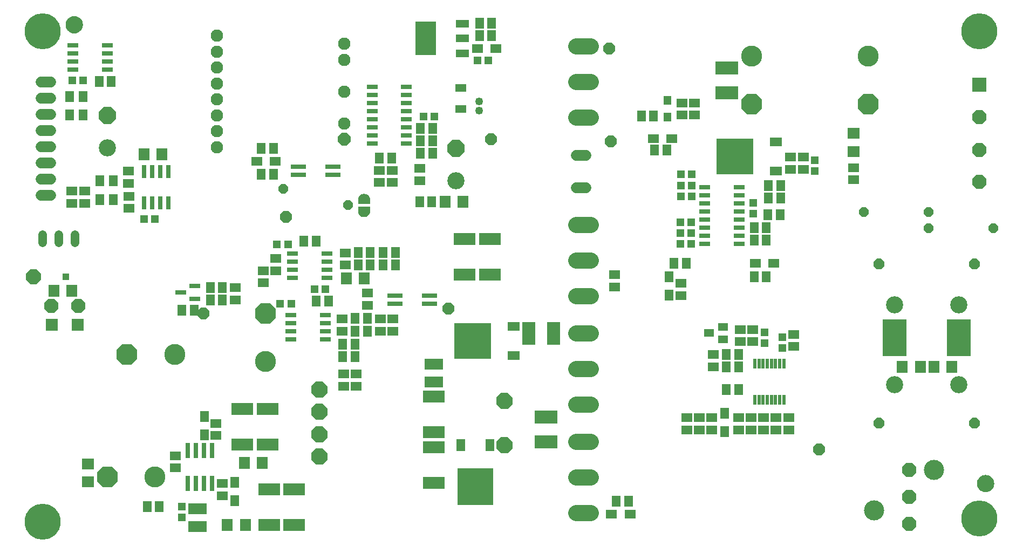
<source format=gbs>
G75*
G70*
%OFA0B0*%
%FSLAX24Y24*%
%IPPOS*%
%LPD*%
%AMOC8*
5,1,8,0,0,1.08239X$1,22.5*
%
%ADD10C,0.1060*%
%ADD11OC8,0.0660*%
%ADD12R,0.0690X0.0770*%
%ADD13OC8,0.0887*%
%ADD14C,0.1241*%
%ADD15OC8,0.0600*%
%ADD16R,0.1496X0.2283*%
%ADD17R,0.0887X0.0887*%
%ADD18C,0.0050*%
%ADD19R,0.0200X0.0620*%
%ADD20R,0.0454X0.0493*%
%ADD21R,0.0651X0.0572*%
%ADD22R,0.2304X0.2225*%
%ADD23R,0.0729X0.0572*%
%ADD24R,0.0493X0.0454*%
%ADD25C,0.0990*%
%ADD26R,0.0572X0.0651*%
%ADD27R,0.0651X0.0532*%
%ADD28C,0.0660*%
%ADD29R,0.1320X0.0769*%
%ADD30R,0.0770X0.0690*%
%ADD31R,0.2225X0.2304*%
%ADD32R,0.0572X0.0729*%
%ADD33R,0.0670X0.0300*%
%ADD34R,0.0532X0.0651*%
%ADD35R,0.0808X0.1399*%
%ADD36R,0.0690X0.0769*%
%ADD37R,0.0769X0.0690*%
%ADD38R,0.1123X0.0690*%
%ADD39R,0.0926X0.0296*%
%ADD40C,0.1296*%
%ADD41OC8,0.1296*%
%ADD42R,0.1399X0.0808*%
%ADD43OC8,0.0920*%
%ADD44R,0.0414X0.0414*%
%ADD45OC8,0.0710*%
%ADD46R,0.0670X0.0296*%
%ADD47R,0.0280X0.0840*%
%ADD48R,0.0810X0.0510*%
%ADD49R,0.1310X0.2060*%
%ADD50OC8,0.1060*%
%ADD51C,0.0769*%
%ADD52OC8,0.0769*%
%ADD53R,0.0651X0.0454*%
%ADD54OC8,0.0990*%
%ADD55R,0.0611X0.0454*%
%ADD56R,0.0454X0.0532*%
%ADD57C,0.0010*%
%ADD58R,0.0296X0.0926*%
%ADD59C,0.0540*%
%ADD60R,0.0660X0.0280*%
%ADD61R,0.0769X0.0729*%
%ADD62C,0.0493*%
%ADD63C,0.2225*%
D10*
X029462Y023075D03*
X007937Y025125D03*
X056569Y015411D03*
X060506Y015411D03*
X060506Y010489D03*
X056569Y010489D03*
D11*
X055587Y008125D03*
X061487Y008125D03*
X061487Y017950D03*
X055587Y017950D03*
D12*
X057028Y011575D03*
X058147Y011575D03*
X058978Y011575D03*
X060097Y011575D03*
X029897Y021775D03*
X028778Y021775D03*
D13*
X006114Y015350D03*
X004461Y015350D03*
X057462Y005204D03*
X057462Y003550D03*
X057462Y001896D03*
X061780Y023028D03*
X061780Y024978D03*
X061780Y027028D03*
D14*
X058978Y005204D03*
X055277Y002723D03*
D15*
X058662Y020150D03*
X058662Y021150D03*
X054662Y021150D03*
X062662Y020150D03*
X022787Y021575D03*
X018787Y022575D03*
D16*
X056562Y013375D03*
X060512Y013375D03*
D17*
X061780Y029028D03*
D18*
X062173Y004874D02*
X062087Y004867D01*
X062002Y004844D01*
X061923Y004807D01*
X061852Y004757D01*
X061790Y004696D01*
X061740Y004624D01*
X061704Y004545D01*
X061681Y004461D01*
X061673Y004374D01*
X061681Y004288D01*
X061704Y004203D01*
X061740Y004124D01*
X061790Y004053D01*
X061852Y003991D01*
X061923Y003941D01*
X062002Y003905D01*
X062087Y003882D01*
X062173Y003874D01*
X062260Y003882D01*
X062345Y003905D01*
X062423Y003941D01*
X062495Y003991D01*
X062557Y004053D01*
X062607Y004124D01*
X062643Y004203D01*
X062666Y004288D01*
X062673Y004374D01*
X062666Y004461D01*
X062643Y004545D01*
X062607Y004624D01*
X062557Y004696D01*
X062495Y004757D01*
X062423Y004807D01*
X062345Y004844D01*
X062260Y004867D01*
X062173Y004874D01*
X061992Y004840D02*
X062355Y004840D01*
X062447Y004791D02*
X061900Y004791D01*
X061837Y004743D02*
X062510Y004743D01*
X062558Y004694D02*
X061789Y004694D01*
X061755Y004646D02*
X062592Y004646D01*
X062619Y004597D02*
X061728Y004597D01*
X061705Y004549D02*
X062642Y004549D01*
X062655Y004500D02*
X061691Y004500D01*
X061680Y004452D02*
X062667Y004452D01*
X062671Y004403D02*
X061676Y004403D01*
X061675Y004355D02*
X062672Y004355D01*
X062668Y004306D02*
X061679Y004306D01*
X061689Y004258D02*
X062658Y004258D01*
X062645Y004209D02*
X061702Y004209D01*
X061724Y004161D02*
X062623Y004161D01*
X062598Y004112D02*
X061749Y004112D01*
X061783Y004064D02*
X062564Y004064D01*
X062519Y004015D02*
X061828Y004015D01*
X061888Y003967D02*
X062459Y003967D01*
X062373Y003918D02*
X061974Y003918D01*
X006344Y032550D02*
X006367Y032634D01*
X006374Y032721D01*
X006367Y032808D01*
X006344Y032892D01*
X006307Y032971D01*
X006257Y033042D01*
X006196Y033104D01*
X006124Y033154D01*
X006045Y033191D01*
X005961Y033213D01*
X005874Y033221D01*
X005787Y033213D01*
X005703Y033191D01*
X005624Y033154D01*
X005553Y033104D01*
X005491Y033042D01*
X005441Y032971D01*
X005404Y032892D01*
X005382Y032808D01*
X005374Y032721D01*
X005382Y032634D01*
X005404Y032550D01*
X005441Y032471D01*
X005491Y032399D01*
X005553Y032338D01*
X005624Y032288D01*
X005703Y032251D01*
X005787Y032228D01*
X005874Y032221D01*
X005961Y032228D01*
X006045Y032251D01*
X006124Y032288D01*
X006196Y032338D01*
X006257Y032399D01*
X006307Y032471D01*
X006344Y032550D01*
X006336Y032533D02*
X005412Y032533D01*
X005396Y032582D02*
X006353Y032582D01*
X006366Y032630D02*
X005383Y032630D01*
X005378Y032679D02*
X006371Y032679D01*
X006374Y032727D02*
X005375Y032727D01*
X005379Y032776D02*
X006369Y032776D01*
X006362Y032824D02*
X005386Y032824D01*
X005399Y032873D02*
X006349Y032873D01*
X006330Y032921D02*
X005418Y032921D01*
X005441Y032970D02*
X006308Y032970D01*
X006274Y033018D02*
X005474Y033018D01*
X005516Y033067D02*
X006233Y033067D01*
X006180Y033115D02*
X005569Y033115D01*
X005645Y033164D02*
X006103Y033164D01*
X005965Y033212D02*
X005783Y033212D01*
X005435Y032485D02*
X006314Y032485D01*
X006283Y032436D02*
X005466Y032436D01*
X005503Y032388D02*
X006245Y032388D01*
X006197Y032339D02*
X005552Y032339D01*
X005620Y032291D02*
X006128Y032291D01*
X006012Y032242D02*
X005736Y032242D01*
D19*
X047917Y011795D03*
X048173Y011795D03*
X048429Y011795D03*
X048685Y011795D03*
X048940Y011795D03*
X049196Y011795D03*
X049452Y011795D03*
X049708Y011795D03*
X049708Y009555D03*
X049452Y009555D03*
X049196Y009555D03*
X048940Y009555D03*
X048685Y009555D03*
X048429Y009555D03*
X048173Y009555D03*
X047917Y009555D03*
D20*
X049612Y012740D03*
X049612Y013410D03*
X048512Y013710D03*
X048512Y013040D03*
X047812Y021065D03*
X047812Y021735D03*
X051637Y023690D03*
X051637Y024360D03*
X012512Y002960D03*
X012512Y002290D03*
D21*
X015012Y003626D03*
X015012Y004374D03*
X012137Y005351D03*
X012137Y006099D03*
X014637Y007351D03*
X014637Y008099D03*
X022512Y010401D03*
X023287Y010401D03*
X023287Y011149D03*
X022512Y011149D03*
X022437Y013801D03*
X022437Y014549D03*
X023987Y015401D03*
X023987Y016149D03*
X024787Y014549D03*
X025562Y014549D03*
X025562Y013801D03*
X024787Y013801D03*
X022637Y017876D03*
X022637Y018624D03*
X018337Y018274D03*
X018337Y017526D03*
X017562Y017524D03*
X017562Y016776D03*
X015837Y016474D03*
X015837Y015726D03*
X009262Y021376D03*
X009262Y022124D03*
X009237Y022926D03*
X009237Y023674D03*
X006512Y022449D03*
X005737Y022449D03*
X005737Y021701D03*
X006512Y021701D03*
X024737Y022976D03*
X024737Y023724D03*
X025512Y023724D03*
X025512Y022976D03*
X027212Y023101D03*
X027212Y023849D03*
X039262Y017274D03*
X039262Y016526D03*
X043362Y016749D03*
X043362Y016001D03*
X047012Y013899D03*
X047787Y013899D03*
X047787Y013151D03*
X047012Y013151D03*
X045362Y012349D03*
X045362Y011601D03*
X050337Y012851D03*
X050337Y013599D03*
X050012Y008449D03*
X049237Y008449D03*
X048462Y008449D03*
X047687Y008449D03*
X047687Y007701D03*
X048462Y007701D03*
X049237Y007701D03*
X050012Y007701D03*
X046912Y007701D03*
X046912Y008449D03*
X045262Y008449D03*
X044487Y008449D03*
X044487Y007701D03*
X045262Y007701D03*
X043712Y007701D03*
X043712Y008449D03*
X054037Y023151D03*
X054037Y023899D03*
X050912Y023801D03*
X050912Y024549D03*
X050137Y024549D03*
X050137Y023801D03*
X044187Y027151D03*
X043412Y027151D03*
X043412Y027899D03*
X044187Y027899D03*
D22*
X046688Y024600D03*
X030488Y013200D03*
D23*
X033024Y012300D03*
X033024Y014100D03*
X049224Y023700D03*
X049224Y025500D03*
D24*
X044022Y023475D03*
X043353Y023475D03*
X043353Y022800D03*
X044022Y022800D03*
X044022Y022125D03*
X043353Y022125D03*
X043328Y020525D03*
X043997Y020525D03*
X043997Y019850D03*
X043328Y019850D03*
X043328Y019175D03*
X043997Y019175D03*
X028122Y027050D03*
X027453Y027050D03*
X030778Y030525D03*
X031447Y030525D03*
X019072Y019150D03*
X018403Y019150D03*
X020728Y016375D03*
X021397Y016375D03*
X019272Y015475D03*
X018603Y015475D03*
X010847Y020725D03*
X010178Y020725D03*
X006422Y029275D03*
X005753Y029275D03*
D25*
X036874Y029178D02*
X037804Y029178D01*
X037804Y031378D02*
X036874Y031378D01*
X036874Y026978D02*
X037804Y026978D01*
X037804Y020354D02*
X036874Y020354D01*
X036874Y018154D02*
X037804Y018154D01*
X037804Y015954D02*
X036874Y015954D01*
X036874Y013661D02*
X037804Y013661D01*
X037804Y011461D02*
X036874Y011461D01*
X036874Y009261D02*
X037804Y009261D01*
X037804Y006968D02*
X036874Y006968D01*
X036874Y004768D02*
X037804Y004768D01*
X037804Y002568D02*
X036874Y002568D01*
D26*
X039363Y003300D03*
X040111Y003300D03*
X046163Y010200D03*
X046911Y010200D03*
X046911Y011575D03*
X046163Y011575D03*
X046163Y012350D03*
X046911Y012350D03*
X047888Y017150D03*
X048636Y017150D03*
X048636Y019425D03*
X047888Y019425D03*
X047888Y020200D03*
X048636Y020200D03*
X048738Y020975D03*
X049486Y020975D03*
X049511Y022025D03*
X048763Y022025D03*
X048763Y022800D03*
X049511Y022800D03*
X042486Y024975D03*
X041738Y024975D03*
X041661Y027075D03*
X040913Y027075D03*
X031661Y032050D03*
X030913Y032050D03*
X030913Y032825D03*
X031661Y032825D03*
X028011Y026325D03*
X027263Y026325D03*
X027263Y025550D03*
X028011Y025550D03*
X028011Y024775D03*
X027263Y024775D03*
X025486Y024500D03*
X024738Y024500D03*
X027213Y021800D03*
X027961Y021800D03*
X025711Y018650D03*
X024963Y018650D03*
X024161Y018650D03*
X023413Y018650D03*
X023413Y017875D03*
X024161Y017875D03*
X024963Y017875D03*
X025711Y017875D03*
X021586Y015650D03*
X020838Y015650D03*
X023238Y014575D03*
X023986Y014575D03*
X023986Y013775D03*
X023238Y013775D03*
X023211Y013000D03*
X022463Y013000D03*
X022463Y012225D03*
X023211Y012225D03*
X015036Y015725D03*
X014288Y015725D03*
X014288Y016500D03*
X015036Y016500D03*
X013286Y015100D03*
X012538Y015100D03*
X020063Y019350D03*
X020811Y019350D03*
X018186Y023500D03*
X017438Y023500D03*
X017438Y025075D03*
X018186Y025075D03*
X008161Y029225D03*
X007413Y029225D03*
X042938Y018000D03*
X043686Y018000D03*
X011136Y002950D03*
X010388Y002950D03*
D27*
X039067Y002475D03*
X040208Y002475D03*
X047942Y017975D03*
X049083Y017975D03*
X042783Y025700D03*
X041642Y025700D03*
X031933Y031250D03*
X030792Y031250D03*
X018283Y024275D03*
X017142Y024275D03*
D28*
X004437Y024175D02*
X003837Y024175D01*
X003837Y023175D02*
X004437Y023175D01*
X004437Y022175D02*
X003837Y022175D01*
X003837Y025175D02*
X004437Y025175D01*
X004437Y026175D02*
X003837Y026175D01*
X003837Y027175D02*
X004437Y027175D01*
X004437Y028175D02*
X003837Y028175D01*
X003837Y029175D02*
X004437Y029175D01*
X036889Y024666D02*
X037489Y024666D01*
X037489Y022666D02*
X036889Y022666D01*
D29*
X031562Y019477D03*
X029987Y019477D03*
X029987Y017273D03*
X031562Y017273D03*
X028087Y009752D03*
X028087Y007548D03*
X028087Y006627D03*
X028087Y004423D03*
X019462Y004027D03*
X017912Y004027D03*
X017912Y001823D03*
X019462Y001823D03*
X017812Y006798D03*
X016262Y006798D03*
X016262Y009002D03*
X017812Y009002D03*
D30*
X054037Y024890D03*
X054037Y026010D03*
D31*
X030662Y004201D03*
D32*
X029763Y006736D03*
X031562Y006736D03*
D33*
X044827Y019175D03*
X044827Y019675D03*
X044827Y020175D03*
X044827Y020675D03*
X044827Y021175D03*
X044827Y021675D03*
X044827Y022175D03*
X044827Y022675D03*
X046947Y022675D03*
X046947Y022175D03*
X046947Y021675D03*
X046947Y021175D03*
X046947Y020675D03*
X046947Y020175D03*
X046947Y019675D03*
X046947Y019175D03*
X026397Y025375D03*
X026397Y025875D03*
X026397Y026375D03*
X026397Y026875D03*
X026397Y027375D03*
X026397Y027875D03*
X026397Y028375D03*
X026397Y028875D03*
X024277Y028875D03*
X024277Y028375D03*
X024277Y027875D03*
X024277Y027375D03*
X024277Y026875D03*
X024277Y026375D03*
X024277Y025875D03*
X024277Y025375D03*
D34*
X008287Y023071D03*
X007462Y023071D03*
X007462Y021929D03*
X008287Y021929D03*
X006437Y027154D03*
X005587Y027154D03*
X005587Y028296D03*
X006437Y028296D03*
X013912Y008521D03*
X013912Y007379D03*
X015787Y004446D03*
X015787Y003304D03*
X042612Y016004D03*
X042612Y017146D03*
X046062Y008721D03*
X046062Y007579D03*
D35*
X035480Y013650D03*
X033945Y013650D03*
D36*
X023789Y017050D03*
X022686Y017050D03*
X011289Y024725D03*
X010186Y024725D03*
X005714Y016300D03*
X004611Y016300D03*
X016386Y005650D03*
X017489Y005650D03*
X016439Y001825D03*
X015336Y001825D03*
D37*
X006737Y004499D03*
X006737Y005601D03*
D38*
X013487Y002826D03*
X013487Y001724D03*
X028087Y010649D03*
X028087Y011751D03*
D39*
X027825Y015475D03*
X027825Y015975D03*
X025699Y015975D03*
X025699Y015475D03*
X021850Y023450D03*
X021850Y023950D03*
X019724Y023950D03*
X019724Y023450D03*
D40*
X012089Y012350D03*
X017687Y011924D03*
X010864Y004800D03*
X047737Y030776D03*
X054937Y030776D03*
D41*
X054937Y027824D03*
X047737Y027824D03*
X017687Y014876D03*
X009136Y012350D03*
X007911Y004800D03*
D42*
X035012Y006957D03*
X035012Y008493D03*
X046187Y028532D03*
X046187Y030068D03*
D43*
X003362Y017150D03*
D44*
X005362Y017150D03*
D45*
X013862Y014900D03*
X018962Y020850D03*
X028987Y015200D03*
X031612Y025650D03*
X039012Y025525D03*
X038912Y031250D03*
X051887Y006475D03*
D46*
X021375Y013298D03*
X021375Y013798D03*
X021375Y014298D03*
X021375Y014798D03*
X019249Y014798D03*
X019249Y014298D03*
X019249Y013798D03*
X019249Y013298D03*
X019349Y017073D03*
X019349Y017573D03*
X019349Y018073D03*
X019349Y018573D03*
X021475Y018573D03*
X021475Y018073D03*
X021475Y017573D03*
X021475Y017073D03*
X007925Y029952D03*
X007925Y030452D03*
X007925Y030952D03*
X007925Y031452D03*
X005799Y031452D03*
X005799Y030952D03*
X005799Y030452D03*
X005799Y029952D03*
D47*
X010187Y023645D03*
X010687Y023645D03*
X011187Y023645D03*
X011687Y023645D03*
X011687Y021705D03*
X011187Y021705D03*
X010687Y021705D03*
X010187Y021705D03*
D48*
X029847Y030965D03*
X029847Y031875D03*
X029847Y032785D03*
D49*
X027577Y031875D03*
D50*
X029462Y025075D03*
X007937Y027125D03*
D51*
X014675Y027124D03*
X014675Y028108D03*
X014675Y029092D03*
X014675Y030076D03*
X014675Y031061D03*
X014675Y032045D03*
X022549Y031553D03*
X022549Y030569D03*
X022549Y028600D03*
X022549Y026631D03*
X014675Y026139D03*
X014675Y025155D03*
D52*
X022549Y025647D03*
D53*
X029762Y027535D03*
X029762Y028815D03*
D54*
X021032Y010181D03*
X021032Y008804D03*
X021032Y007426D03*
X021032Y006048D03*
X032449Y006737D03*
X032449Y009493D03*
D55*
X045079Y013675D03*
X045946Y013301D03*
X045946Y014049D03*
D56*
X042512Y027013D03*
X042512Y028037D03*
D57*
X024086Y022059D02*
X024106Y021993D01*
X024112Y021925D01*
X024112Y021675D01*
X023412Y021675D01*
X023412Y021925D01*
X023419Y021993D01*
X023439Y022059D01*
X023471Y022119D01*
X023515Y022172D01*
X023568Y022216D01*
X023629Y022248D01*
X023694Y022268D01*
X023762Y022275D01*
X023831Y022268D01*
X023896Y022248D01*
X023957Y022216D01*
X024010Y022172D01*
X024053Y022119D01*
X024086Y022059D01*
X024087Y022057D02*
X023438Y022057D01*
X023436Y022048D02*
X024089Y022048D01*
X024092Y022040D02*
X023433Y022040D01*
X023431Y022031D02*
X024094Y022031D01*
X024097Y022023D02*
X023428Y022023D01*
X023426Y022014D02*
X024099Y022014D01*
X024102Y022006D02*
X023423Y022006D01*
X023420Y021997D02*
X024105Y021997D01*
X024106Y021989D02*
X023419Y021989D01*
X023418Y021980D02*
X024107Y021980D01*
X024108Y021972D02*
X023417Y021972D01*
X023416Y021963D02*
X024109Y021963D01*
X024110Y021955D02*
X023415Y021955D01*
X023415Y021946D02*
X024110Y021946D01*
X024111Y021938D02*
X023414Y021938D01*
X023413Y021929D02*
X024112Y021929D01*
X024112Y021921D02*
X023412Y021921D01*
X023412Y021912D02*
X024112Y021912D01*
X024112Y021904D02*
X023412Y021904D01*
X023412Y021895D02*
X024112Y021895D01*
X024112Y021887D02*
X023412Y021887D01*
X023412Y021878D02*
X024112Y021878D01*
X024112Y021870D02*
X023412Y021870D01*
X023412Y021861D02*
X024112Y021861D01*
X024112Y021853D02*
X023412Y021853D01*
X023412Y021844D02*
X024112Y021844D01*
X024112Y021836D02*
X023412Y021836D01*
X023412Y021827D02*
X024112Y021827D01*
X024112Y021819D02*
X023412Y021819D01*
X023412Y021810D02*
X024112Y021810D01*
X024112Y021802D02*
X023412Y021802D01*
X023412Y021793D02*
X024112Y021793D01*
X024112Y021785D02*
X023412Y021785D01*
X023412Y021776D02*
X024112Y021776D01*
X024112Y021768D02*
X023412Y021768D01*
X023412Y021759D02*
X024112Y021759D01*
X024112Y021751D02*
X023412Y021751D01*
X023412Y021742D02*
X024112Y021742D01*
X024112Y021734D02*
X023412Y021734D01*
X023412Y021725D02*
X024112Y021725D01*
X024112Y021717D02*
X023412Y021717D01*
X023412Y021708D02*
X024112Y021708D01*
X024112Y021700D02*
X023412Y021700D01*
X023412Y021691D02*
X024112Y021691D01*
X024112Y021683D02*
X023412Y021683D01*
X023412Y021475D02*
X024112Y021475D01*
X024112Y021225D01*
X024106Y021157D01*
X024086Y021091D01*
X024053Y021031D01*
X024010Y020978D01*
X023957Y020934D01*
X023896Y020902D01*
X023831Y020882D01*
X023762Y020875D01*
X023694Y020882D01*
X023629Y020902D01*
X023568Y020934D01*
X023515Y020978D01*
X023471Y021031D01*
X023439Y021091D01*
X023419Y021157D01*
X023412Y021225D01*
X023412Y021475D01*
X023412Y021470D02*
X024112Y021470D01*
X024112Y021462D02*
X023412Y021462D01*
X023412Y021453D02*
X024112Y021453D01*
X024112Y021445D02*
X023412Y021445D01*
X023412Y021436D02*
X024112Y021436D01*
X024112Y021428D02*
X023412Y021428D01*
X023412Y021419D02*
X024112Y021419D01*
X024112Y021411D02*
X023412Y021411D01*
X023412Y021402D02*
X024112Y021402D01*
X024112Y021394D02*
X023412Y021394D01*
X023412Y021385D02*
X024112Y021385D01*
X024112Y021377D02*
X023412Y021377D01*
X023412Y021368D02*
X024112Y021368D01*
X024112Y021360D02*
X023412Y021360D01*
X023412Y021351D02*
X024112Y021351D01*
X024112Y021343D02*
X023412Y021343D01*
X023412Y021334D02*
X024112Y021334D01*
X024112Y021326D02*
X023412Y021326D01*
X023412Y021317D02*
X024112Y021317D01*
X024112Y021309D02*
X023412Y021309D01*
X023412Y021300D02*
X024112Y021300D01*
X024112Y021292D02*
X023412Y021292D01*
X023412Y021283D02*
X024112Y021283D01*
X024112Y021275D02*
X023412Y021275D01*
X023412Y021266D02*
X024112Y021266D01*
X024112Y021258D02*
X023412Y021258D01*
X023412Y021249D02*
X024112Y021249D01*
X024112Y021241D02*
X023412Y021241D01*
X023412Y021232D02*
X024112Y021232D01*
X024112Y021224D02*
X023413Y021224D01*
X023413Y021215D02*
X024111Y021215D01*
X024111Y021207D02*
X023414Y021207D01*
X023415Y021198D02*
X024110Y021198D01*
X024109Y021190D02*
X023416Y021190D01*
X023417Y021181D02*
X024108Y021181D01*
X024107Y021173D02*
X023418Y021173D01*
X023418Y021164D02*
X024106Y021164D01*
X024105Y021156D02*
X023420Y021156D01*
X023422Y021147D02*
X024103Y021147D01*
X024100Y021139D02*
X023425Y021139D01*
X023427Y021130D02*
X024098Y021130D01*
X024095Y021122D02*
X023430Y021122D01*
X023432Y021113D02*
X024093Y021113D01*
X024090Y021105D02*
X023435Y021105D01*
X023438Y021096D02*
X024087Y021096D01*
X024084Y021088D02*
X023441Y021088D01*
X023445Y021079D02*
X024079Y021079D01*
X024075Y021071D02*
X023450Y021071D01*
X023455Y021062D02*
X024070Y021062D01*
X024066Y021054D02*
X023459Y021054D01*
X023464Y021045D02*
X024061Y021045D01*
X024057Y021037D02*
X023468Y021037D01*
X023473Y021028D02*
X024051Y021028D01*
X024045Y021020D02*
X023480Y021020D01*
X023487Y021011D02*
X024038Y021011D01*
X024031Y021003D02*
X023494Y021003D01*
X023501Y020994D02*
X024024Y020994D01*
X024017Y020986D02*
X023508Y020986D01*
X023515Y020977D02*
X024009Y020977D01*
X023999Y020969D02*
X023526Y020969D01*
X023536Y020960D02*
X023989Y020960D01*
X023978Y020952D02*
X023547Y020952D01*
X023557Y020943D02*
X023968Y020943D01*
X023958Y020935D02*
X023567Y020935D01*
X023583Y020926D02*
X023942Y020926D01*
X023926Y020918D02*
X023599Y020918D01*
X023615Y020909D02*
X023910Y020909D01*
X023893Y020901D02*
X023632Y020901D01*
X023660Y020892D02*
X023865Y020892D01*
X023837Y020884D02*
X023688Y020884D01*
X023761Y020875D02*
X023764Y020875D01*
X023442Y022065D02*
X024083Y022065D01*
X024078Y022074D02*
X023447Y022074D01*
X023452Y022082D02*
X024073Y022082D01*
X024069Y022091D02*
X023456Y022091D01*
X023461Y022099D02*
X024064Y022099D01*
X024060Y022108D02*
X023465Y022108D01*
X023470Y022116D02*
X024055Y022116D01*
X024049Y022125D02*
X023476Y022125D01*
X023483Y022133D02*
X024042Y022133D01*
X024035Y022142D02*
X023490Y022142D01*
X023497Y022150D02*
X024028Y022150D01*
X024021Y022159D02*
X023504Y022159D01*
X023511Y022167D02*
X024014Y022167D01*
X024006Y022176D02*
X023519Y022176D01*
X023529Y022184D02*
X023996Y022184D01*
X023985Y022193D02*
X023540Y022193D01*
X023550Y022201D02*
X023975Y022201D01*
X023965Y022210D02*
X023560Y022210D01*
X023572Y022218D02*
X023953Y022218D01*
X023937Y022227D02*
X023588Y022227D01*
X023604Y022235D02*
X023921Y022235D01*
X023905Y022244D02*
X023620Y022244D01*
X023641Y022252D02*
X023884Y022252D01*
X023856Y022261D02*
X023669Y022261D01*
X023703Y022269D02*
X023822Y022269D01*
D58*
X014387Y006424D03*
X013887Y006424D03*
X013387Y006424D03*
X012887Y006424D03*
X012887Y004376D03*
X013387Y004376D03*
X013887Y004376D03*
X014387Y004376D03*
D59*
X005937Y019260D02*
X005937Y019740D01*
X004937Y019740D02*
X004937Y019260D01*
X003937Y019260D02*
X003937Y019740D01*
D60*
X012462Y016175D03*
X013312Y015775D03*
X013312Y016575D03*
D61*
X006095Y014175D03*
X004480Y014175D03*
D62*
X030887Y027405D03*
X030887Y027995D03*
D63*
X003906Y002012D03*
X003906Y032327D03*
X061780Y032327D03*
X061780Y002209D03*
M02*

</source>
